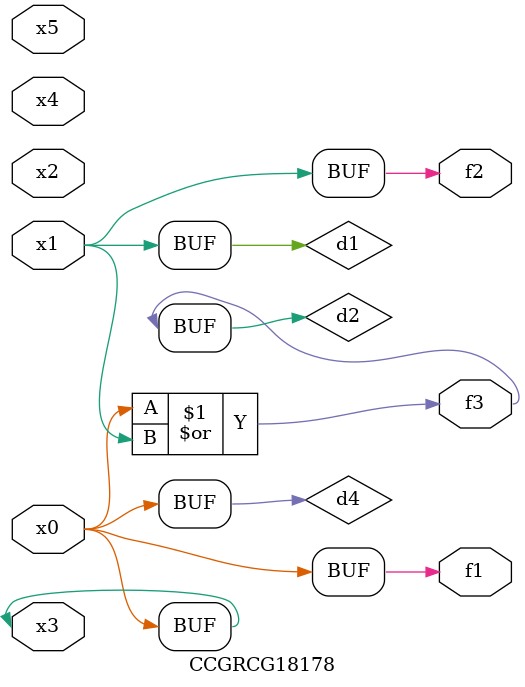
<source format=v>
module CCGRCG18178(
	input x0, x1, x2, x3, x4, x5,
	output f1, f2, f3
);

	wire d1, d2, d3, d4;

	and (d1, x1);
	or (d2, x0, x1);
	nand (d3, x0, x5);
	buf (d4, x0, x3);
	assign f1 = d4;
	assign f2 = d1;
	assign f3 = d2;
endmodule

</source>
